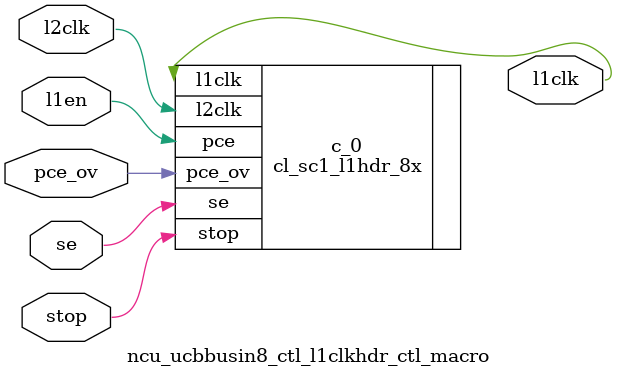
<source format=v>
module ncu_ucbbusin8_ctl (
  iol2clk, 
  scan_in, 
  scan_out, 
  tcu_pce_ov, 
  tcu_clk_stop, 
  tcu_scan_en, 
  tcu_aclk, 
  tcu_bclk, 
  vld, 
  data, 
  stall, 
  indata_buf_vld, 
  indata_buf, 
  stall_a1) ;
wire stall_d1_n;
wire stall_d1;
wire vld_d1_ff_scanin;
wire vld_d1_ff_scanout;
wire vld_d1;
wire l1clk;
wire rdy1;
wire data_d1_ff_scanin;
wire data_d1_ff_scanout;
wire [7:0] data_d1;
wire stall_ff_scanin;
wire stall_ff_scanout;
wire stall_d1_ff_scanin;
wire stall_d1_ff_scanout;
wire rdy0_ff_scanin;
wire rdy0_ff_scanout;
wire rdy0;
wire rdy1_ff_scanin;
wire rdy1_ff_scanout;
wire skid_buf0_en;
wire vld_buf0_ff_scanin;
wire vld_buf0_ff_scanout;
wire vld_buf0;
wire data_buf0_ff_scanin;
wire data_buf0_ff_scanout;
wire [7:0] data_buf0;
wire skid_buf1_en_ff_scanin;
wire skid_buf1_en_ff_scanout;
wire skid_buf1_en;
wire vld_buf1_ff_scanin;
wire vld_buf1_ff_scanout;
wire vld_buf1;
wire data_buf1_ff_scanin;
wire data_buf1_ff_scanout;
wire [7:0] data_buf1;
wire skid_buf0_sel;
wire skid_buf1_sel_ff_scanin;
wire skid_buf1_sel_ff_scanout;
wire skid_buf1_sel;
wire vld_mux;
wire [7:0] data_mux;
wire [15:0] indata_vec_next;
wire [15:0] indata_vec;
wire stall_a1_n;
wire indata_vec_ff_scanin;
wire indata_vec_ff_scanout;
wire [127:0] indata_buf_next;
wire indata_buf_ff_scanin;
wire indata_buf_ff_scanout;
wire indata_vec0_d1_ff_scanin;
wire indata_vec0_d1_ff_scanout;
wire indata_vec0_d1;
wire siclk;
wire soclk;
wire se;
wire pce_ov;
wire stop;


////////////////////////////////////////////////////////////////////////
// Signal declarations
////////////////////////////////////////////////////////////////////////
// Global interface
input		iol2clk;
input		scan_in;
output		scan_out;
input		tcu_pce_ov;
input		tcu_clk_stop;
input		tcu_scan_en;
input		tcu_aclk;
input		tcu_bclk;

// UCB bus interface
input		vld;
input [7 :0]	data;
output		stall;


// Local interface
output		indata_buf_vld;
output [127:0]	indata_buf;
input		stall_a1;


// Internal signals



////////////////////////////////////////////////////////////////////////
// Code starts here
////////////////////////////////////////////////////////////////////////
/************************************************************
 * UCB bus interface flops
 * This is to make signals going between IOB and UCB flop-to-flop
 * to improve timing.
 ************************************************************/
assign	stall_d1_n = ~stall_d1;

ncu_ucbbusin8_ctl_msff_ctl_macro__en_1__width_1 vld_d1_ff  
				(
				.scan_in(vld_d1_ff_scanin),
				.scan_out(vld_d1_ff_scanout),
				.dout		(vld_d1),
				.l1clk		(l1clk),
				.en		(stall_d1_n&rdy1),
				.din		(vld),
  .siclk(siclk),
  .soclk(soclk)
				);

ncu_ucbbusin8_ctl_msff_ctl_macro__en_1__width_8 data_d1_ff  
				(
				.scan_in(data_d1_ff_scanin),
				.scan_out(data_d1_ff_scanout),
				.dout		(data_d1[7 :0]),
				.l1clk		(l1clk),
				.en		(stall_d1_n),
				.din		(data[7 :0]),
  .siclk(siclk),
  .soclk(soclk)
				);

ncu_ucbbusin8_ctl_msff_ctl_macro__width_1 stall_ff 
				(
				.scan_in(stall_ff_scanin),
				.scan_out(stall_ff_scanout),
				.dout		(stall),
				.l1clk		(l1clk),
				.din		(stall_a1),
  .siclk(siclk),
  .soclk(soclk)
				);

ncu_ucbbusin8_ctl_msff_ctl_macro__width_1 stall_d1_ff 
				(
				.scan_in(stall_d1_ff_scanin),
				.scan_out(stall_d1_ff_scanout),
				.dout		(stall_d1),
				.l1clk		(l1clk),
				.din		(stall),
  .siclk(siclk),
  .soclk(soclk)
				);


ncu_ucbbusin8_ctl_msff_ctl_macro__width_1 rdy0_ff 
				(
				.scan_in(rdy0_ff_scanin),
				.scan_out(rdy0_ff_scanout),
				.dout		(rdy0),
				.l1clk		(l1clk),
				.din		(1'b1),
  .siclk(siclk),
  .soclk(soclk)
				);

ncu_ucbbusin8_ctl_msff_ctl_macro__width_1 rdy1_ff 
				(
				.scan_in(rdy1_ff_scanin),
				.scan_out(rdy1_ff_scanout),
				.dout		(rdy1),
				.l1clk		(l1clk),
				.din		(rdy0),
  .siclk(siclk),
  .soclk(soclk)
				);

/************************************************************
 * Skid buffer
 * We need a two deep skid buffer to handle stalling.
 ************************************************************/
// Assertion: stall has to be deasserted for more than 1 cycle
//            ie time between two separate stalls has to be
//            at least two cycles.  Otherwise, contents from
//            skid buffer will be lost.

// Buffer 0
assign  skid_buf0_en = stall_a1 & ~stall;

ncu_ucbbusin8_ctl_msff_ctl_macro__en_1__width_1 vld_buf0_ff  
				(
				.scan_in(vld_buf0_ff_scanin),
				.scan_out(vld_buf0_ff_scanout),
				.dout		(vld_buf0),
				.l1clk		(l1clk),
				.en		(skid_buf0_en),
				.din		(vld_d1),
  .siclk(siclk),
  .soclk(soclk)
				);

ncu_ucbbusin8_ctl_msff_ctl_macro__en_1__width_8 data_buf0_ff  
				(
				.scan_in(data_buf0_ff_scanin),
				.scan_out(data_buf0_ff_scanout),
				.dout		(data_buf0[7 :0]),
				.l1clk		(l1clk),
				.en		(skid_buf0_en),
				.din		(data_d1[7 :0]),
  .siclk(siclk),
  .soclk(soclk)
				);

// Buffer 1
ncu_ucbbusin8_ctl_msff_ctl_macro__width_1 skid_buf1_en_ff 
				(
				.scan_in(skid_buf1_en_ff_scanin),
				.scan_out(skid_buf1_en_ff_scanout),
				.dout		(skid_buf1_en),
				.l1clk		(l1clk),
				.din		(skid_buf0_en),
  .siclk(siclk),
  .soclk(soclk)
				);

ncu_ucbbusin8_ctl_msff_ctl_macro__en_1__width_1 vld_buf1_ff  
				(
				.scan_in(vld_buf1_ff_scanin),
				.scan_out(vld_buf1_ff_scanout),
				.dout		(vld_buf1),
				.l1clk		(l1clk),
				.en		(skid_buf1_en),
				.din		(vld_d1),
  .siclk(siclk),
  .soclk(soclk)
				);

ncu_ucbbusin8_ctl_msff_ctl_macro__en_1__width_8 data_buf1_ff  
				(
				.scan_in(data_buf1_ff_scanin),
				.scan_out(data_buf1_ff_scanout),
				.dout		(data_buf1[7 :0]),
				.l1clk		(l1clk),
				.en		(skid_buf1_en),
				.din		(data_d1[7 :0]),
  .siclk(siclk),
  .soclk(soclk)
				);


/************************************************************
 * Mux between skid buffer and interface flop
 ************************************************************/
// Assertion: stall has to be deasserted for more than 1 cycle
//            ie time between two separate stalls has to be
//            at least two cycles.  Otherwise, contents from
//            skid buffer will be lost.

assign	skid_buf0_sel = ~stall_a1 & stall;

ncu_ucbbusin8_ctl_msff_ctl_macro__width_1 skid_buf1_sel_ff 
				(
				.scan_in(skid_buf1_sel_ff_scanin),
				.scan_out(skid_buf1_sel_ff_scanout),
				.dout		(skid_buf1_sel),
				.l1clk		(l1clk),
				.din		(skid_buf0_sel),
  .siclk(siclk),
  .soclk(soclk)
				);

assign	vld_mux = skid_buf0_sel ? vld_buf0 : 
	   	     skid_buf1_sel ? vld_buf1 :
		                     vld_d1;

assign	data_mux[7 :0] = skid_buf0_sel ? data_buf0[7 :0] : 
					skid_buf1_sel ? data_buf1[7 :0] : 
					       		 data_d1[7 :0];


/************************************************************
 * Assemble inbound data
 ************************************************************/
// valid vector
assign	indata_vec_next[15:0] = {vld_mux, indata_vec[15 :1]};

assign	stall_a1_n = ~stall_a1;
ncu_ucbbusin8_ctl_msff_ctl_macro__en_1__width_16 indata_vec_ff  
				(
				.scan_in(indata_vec_ff_scanin),
				.scan_out(indata_vec_ff_scanout),
				.dout		(indata_vec[15 :0]),
				.l1clk		(l1clk),
				.en		(stall_a1_n),
				.din		(indata_vec_next[15 :0]),
  .siclk(siclk),
  .soclk(soclk)
				);

// data buffer
assign	indata_buf_next[127:0] = {data_mux[7 :0], indata_buf[127:8 ]};

ncu_ucbbusin8_ctl_msff_ctl_macro__en_1__width_128 indata_buf_ff  
				(
				.scan_in(indata_buf_ff_scanin),
				.scan_out(indata_buf_ff_scanout),
				.dout		(indata_buf[127:0]),
				.l1clk		(l1clk),
				.en		(stall_a1_n),
				.din		(indata_buf_next[127:0]),
  .siclk(siclk),
  .soclk(soclk)
				);

// detect a new packet	  
ncu_ucbbusin8_ctl_msff_ctl_macro__en_1__width_1 indata_vec0_d1_ff  
				(
				.scan_in(indata_vec0_d1_ff_scanin),
				.scan_out(indata_vec0_d1_ff_scanout),
				.dout		(indata_vec0_d1),
				.l1clk		(l1clk),
				.en		(stall_a1_n),
				.din		(indata_vec[0]),
  .siclk(siclk),
  .soclk(soclk)
				);

assign	indata_buf_vld = indata_vec[0] & ~indata_vec0_d1;



/**** adding clock header ****/
ncu_ucbbusin8_ctl_l1clkhdr_ctl_macro clkgen (
				.l2clk	(iol2clk),
				.l1en	(1'b1),
				.l1clk	(l1clk),
  .pce_ov(pce_ov),
  .stop(stop),
  .se(se)
				);

/*** building tcu port ***/
assign	siclk = tcu_aclk;
assign	soclk = tcu_bclk;
assign	   se = tcu_scan_en;
assign	pce_ov = tcu_pce_ov;
assign	stop = tcu_clk_stop;

// fixscan start:
assign vld_d1_ff_scanin          = scan_in                  ;
assign data_d1_ff_scanin         = vld_d1_ff_scanout        ;
assign stall_ff_scanin           = data_d1_ff_scanout       ;
assign stall_d1_ff_scanin        = stall_ff_scanout         ;
assign rdy0_ff_scanin            = stall_d1_ff_scanout      ;
assign rdy1_ff_scanin            = rdy0_ff_scanout          ;
assign vld_buf0_ff_scanin        = rdy1_ff_scanout          ;
assign data_buf0_ff_scanin       = vld_buf0_ff_scanout      ;
assign skid_buf1_en_ff_scanin    = data_buf0_ff_scanout     ;
assign vld_buf1_ff_scanin        = skid_buf1_en_ff_scanout  ;
assign data_buf1_ff_scanin       = vld_buf1_ff_scanout      ;
assign skid_buf1_sel_ff_scanin   = data_buf1_ff_scanout     ;
assign indata_vec_ff_scanin      = skid_buf1_sel_ff_scanout ;
assign indata_buf_ff_scanin      = indata_vec_ff_scanout    ;
assign indata_vec0_d1_ff_scanin  = indata_buf_ff_scanout    ;
assign scan_out                  = indata_vec0_d1_ff_scanout;
// fixscan end:
endmodule // ucb_bus_in






// any PARAMS parms go into naming of macro

module ncu_ucbbusin8_ctl_msff_ctl_macro__en_1__width_1 (
  din, 
  en, 
  l1clk, 
  scan_in, 
  siclk, 
  soclk, 
  dout, 
  scan_out);
wire [0:0] fdin;

  input [0:0] din;
  input en;
  input l1clk;
  input scan_in;


  input siclk;
  input soclk;

  output [0:0] dout;
  output scan_out;
assign fdin[0:0] = (din[0:0] & {1{en}}) | (dout[0:0] & ~{1{en}});






dff /*#(1)*/  d0_0 (
.l1clk(l1clk),
.siclk(siclk),
.soclk(soclk),
.d(fdin[0:0]),
.si(scan_in),
.so(scan_out),
.q(dout[0:0])
);












endmodule













// any PARAMS parms go into naming of macro

module ncu_ucbbusin8_ctl_msff_ctl_macro__en_1__width_8 (
  din, 
  en, 
  l1clk, 
  scan_in, 
  siclk, 
  soclk, 
  dout, 
  scan_out);
wire [7:0] fdin;
wire [6:0] so;

  input [7:0] din;
  input en;
  input l1clk;
  input scan_in;


  input siclk;
  input soclk;

  output [7:0] dout;
  output scan_out;
assign fdin[7:0] = (din[7:0] & {8{en}}) | (dout[7:0] & ~{8{en}});






dff /*#(8)*/  d0_0 (
.l1clk(l1clk),
.siclk(siclk),
.soclk(soclk),
.d(fdin[7:0]),
.si({scan_in,so[6:0]}),
.so({so[6:0],scan_out}),
.q(dout[7:0])
);












endmodule













// any PARAMS parms go into naming of macro

module ncu_ucbbusin8_ctl_msff_ctl_macro__width_1 (
  din, 
  l1clk, 
  scan_in, 
  siclk, 
  soclk, 
  dout, 
  scan_out);
wire [0:0] fdin;

  input [0:0] din;
  input l1clk;
  input scan_in;


  input siclk;
  input soclk;

  output [0:0] dout;
  output scan_out;
assign fdin[0:0] = din[0:0];






dff /*#(1)*/  d0_0 (
.l1clk(l1clk),
.siclk(siclk),
.soclk(soclk),
.d(fdin[0:0]),
.si(scan_in),
.so(scan_out),
.q(dout[0:0])
);












endmodule













// any PARAMS parms go into naming of macro

module ncu_ucbbusin8_ctl_msff_ctl_macro__en_1__width_16 (
  din, 
  en, 
  l1clk, 
  scan_in, 
  siclk, 
  soclk, 
  dout, 
  scan_out);
wire [15:0] fdin;
wire [14:0] so;

  input [15:0] din;
  input en;
  input l1clk;
  input scan_in;


  input siclk;
  input soclk;

  output [15:0] dout;
  output scan_out;
assign fdin[15:0] = (din[15:0] & {16{en}}) | (dout[15:0] & ~{16{en}});






dff /*#(16)*/  d0_0 (
.l1clk(l1clk),
.siclk(siclk),
.soclk(soclk),
.d(fdin[15:0]),
.si({scan_in,so[14:0]}),
.so({so[14:0],scan_out}),
.q(dout[15:0])
);












endmodule













// any PARAMS parms go into naming of macro

module ncu_ucbbusin8_ctl_msff_ctl_macro__en_1__width_128 (
  din, 
  en, 
  l1clk, 
  scan_in, 
  siclk, 
  soclk, 
  dout, 
  scan_out);
wire [127:0] fdin;
wire [126:0] so;

  input [127:0] din;
  input en;
  input l1clk;
  input scan_in;


  input siclk;
  input soclk;

  output [127:0] dout;
  output scan_out;
assign fdin[127:0] = (din[127:0] & {128{en}}) | (dout[127:0] & ~{128{en}});






dff /*#(128)*/  d0_0 (
.l1clk(l1clk),
.siclk(siclk),
.soclk(soclk),
.d(fdin[127:0]),
.si({scan_in,so[126:0]}),
.so({so[126:0],scan_out}),
.q(dout[127:0])
);












endmodule













// any PARAMS parms go into naming of macro

module ncu_ucbbusin8_ctl_l1clkhdr_ctl_macro (
  l2clk, 
  l1en, 
  pce_ov, 
  stop, 
  se, 
  l1clk);


  input l2clk;
  input l1en;
  input pce_ov;
  input stop;
  input se;
  output l1clk;



 

cl_sc1_l1hdr_8x c_0 (


   .l2clk(l2clk),
   .pce(l1en),
   .l1clk(l1clk),
  .se(se),
  .pce_ov(pce_ov),
  .stop(stop)
);



endmodule









</source>
